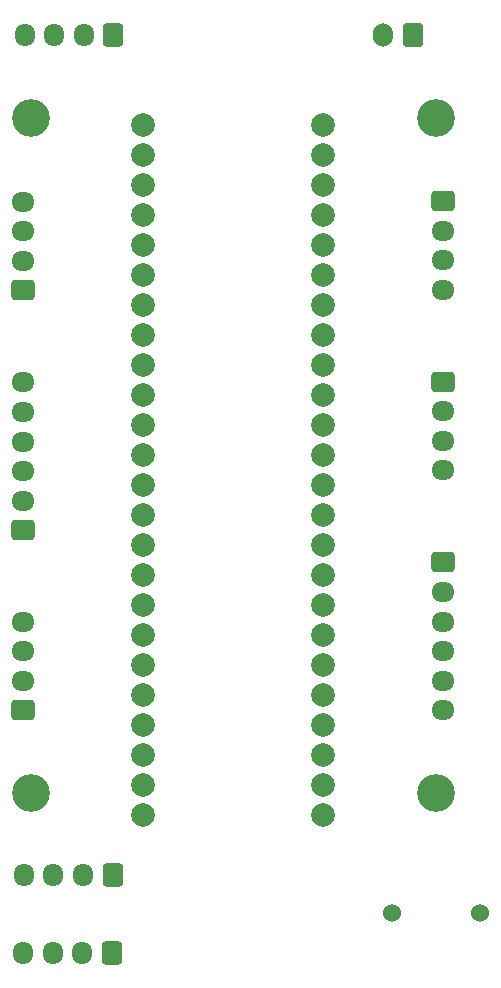
<source format=gbr>
%TF.GenerationSoftware,KiCad,Pcbnew,8.0.3*%
%TF.CreationDate,2024-09-30T00:23:01-04:00*%
%TF.ProjectId,mcu-board,6d63752d-626f-4617-9264-2e6b69636164,rev?*%
%TF.SameCoordinates,Original*%
%TF.FileFunction,Soldermask,Bot*%
%TF.FilePolarity,Negative*%
%FSLAX46Y46*%
G04 Gerber Fmt 4.6, Leading zero omitted, Abs format (unit mm)*
G04 Created by KiCad (PCBNEW 8.0.3) date 2024-09-30 00:23:01*
%MOMM*%
%LPD*%
G01*
G04 APERTURE LIST*
G04 Aperture macros list*
%AMRoundRect*
0 Rectangle with rounded corners*
0 $1 Rounding radius*
0 $2 $3 $4 $5 $6 $7 $8 $9 X,Y pos of 4 corners*
0 Add a 4 corners polygon primitive as box body*
4,1,4,$2,$3,$4,$5,$6,$7,$8,$9,$2,$3,0*
0 Add four circle primitives for the rounded corners*
1,1,$1+$1,$2,$3*
1,1,$1+$1,$4,$5*
1,1,$1+$1,$6,$7*
1,1,$1+$1,$8,$9*
0 Add four rect primitives between the rounded corners*
20,1,$1+$1,$2,$3,$4,$5,0*
20,1,$1+$1,$4,$5,$6,$7,0*
20,1,$1+$1,$6,$7,$8,$9,0*
20,1,$1+$1,$8,$9,$2,$3,0*%
G04 Aperture macros list end*
%ADD10C,1.524000*%
%ADD11RoundRect,0.250000X-0.725000X0.600000X-0.725000X-0.600000X0.725000X-0.600000X0.725000X0.600000X0*%
%ADD12O,1.950000X1.700000*%
%ADD13C,3.200000*%
%ADD14RoundRect,0.250000X0.600000X0.725000X-0.600000X0.725000X-0.600000X-0.725000X0.600000X-0.725000X0*%
%ADD15O,1.700000X1.950000*%
%ADD16RoundRect,0.250000X0.600000X0.750000X-0.600000X0.750000X-0.600000X-0.750000X0.600000X-0.750000X0*%
%ADD17O,1.700000X2.000000*%
%ADD18RoundRect,0.250000X0.725000X-0.600000X0.725000X0.600000X-0.725000X0.600000X-0.725000X-0.600000X0*%
%ADD19C,2.000000*%
G04 APERTURE END LIST*
D10*
%TO.C,BZ1*%
X178500000Y-108600000D03*
X186000000Y-108600000D03*
%TD*%
D11*
%TO.C,J8*%
X182880000Y-78940000D03*
D12*
X182880000Y-81440000D03*
X182880000Y-83940000D03*
X182880000Y-86440000D03*
X182880000Y-88940000D03*
X182880000Y-91440000D03*
%TD*%
D11*
%TO.C,J5*%
X182880000Y-48340000D03*
D12*
X182880000Y-50840000D03*
X182880000Y-53340000D03*
X182880000Y-55840000D03*
%TD*%
D13*
%TO.C,H3*%
X182245000Y-41275000D03*
%TD*%
D14*
%TO.C,J3*%
X154940000Y-34290000D03*
D15*
X152440000Y-34290000D03*
X149940000Y-34290000D03*
X147440000Y-34290000D03*
%TD*%
D16*
%TO.C,J9*%
X180300000Y-34290000D03*
D17*
X177800000Y-34290000D03*
%TD*%
D11*
%TO.C,J1*%
X182880000Y-63620000D03*
D12*
X182880000Y-66120000D03*
X182880000Y-68620000D03*
X182880000Y-71120000D03*
%TD*%
D18*
%TO.C,J2*%
X147320000Y-91440000D03*
D12*
X147320000Y-88940000D03*
X147320000Y-86440000D03*
X147320000Y-83940000D03*
%TD*%
D13*
%TO.C,H4*%
X147955000Y-41275000D03*
%TD*%
%TO.C,H1*%
X147955000Y-98425000D03*
%TD*%
D14*
%TO.C,J7*%
X154800000Y-112000000D03*
D15*
X152300000Y-112000000D03*
X149800000Y-112000000D03*
X147300000Y-112000000D03*
%TD*%
D14*
%TO.C,J6*%
X154860000Y-105400000D03*
D15*
X152360000Y-105400000D03*
X149860000Y-105400000D03*
X147360000Y-105400000D03*
%TD*%
D18*
%TO.C,J10*%
X147320000Y-76200000D03*
D12*
X147320000Y-73700000D03*
X147320000Y-71200000D03*
X147320000Y-68700000D03*
X147320000Y-66200000D03*
X147320000Y-63700000D03*
%TD*%
D19*
%TO.C,Teensy4.2*%
X157480000Y-41910000D03*
X157480000Y-44450000D03*
X157480000Y-46990000D03*
X157480000Y-49530000D03*
X157480000Y-52070000D03*
X157480000Y-54610000D03*
X157480000Y-57150000D03*
X157480000Y-59690000D03*
X157480000Y-62230000D03*
X157480000Y-64770000D03*
X157480000Y-67310000D03*
X157480000Y-69850000D03*
X157480000Y-72390000D03*
X157480000Y-74930000D03*
X157480000Y-77470000D03*
X157480000Y-80010000D03*
X157480000Y-82550000D03*
X157480000Y-85090000D03*
X157480000Y-87630000D03*
X157480000Y-90170000D03*
X157480000Y-92710000D03*
X157480000Y-95250000D03*
X157480000Y-97790000D03*
X157480000Y-100330000D03*
X172720000Y-100330000D03*
X172720000Y-97790000D03*
X172720000Y-95250000D03*
X172720000Y-92710000D03*
X172720000Y-90170000D03*
X172720000Y-87630000D03*
X172720000Y-85090000D03*
X172720000Y-82550000D03*
X172720000Y-80010000D03*
X172720000Y-77470000D03*
X172720000Y-74930000D03*
X172720000Y-72390000D03*
X172720000Y-69850000D03*
X172720000Y-67310000D03*
X172720000Y-64770000D03*
X172720000Y-62230000D03*
X172720000Y-59690000D03*
X172720000Y-57150000D03*
X172720000Y-54610000D03*
X172720000Y-52070000D03*
X172720000Y-49530000D03*
X172720000Y-46990000D03*
X172720000Y-44450000D03*
X172720000Y-41910000D03*
%TD*%
D18*
%TO.C,J4*%
X147320000Y-55880000D03*
D12*
X147320000Y-53380000D03*
X147320000Y-50880000D03*
X147320000Y-48380000D03*
%TD*%
D13*
%TO.C,H2*%
X182245000Y-98425000D03*
%TD*%
M02*

</source>
